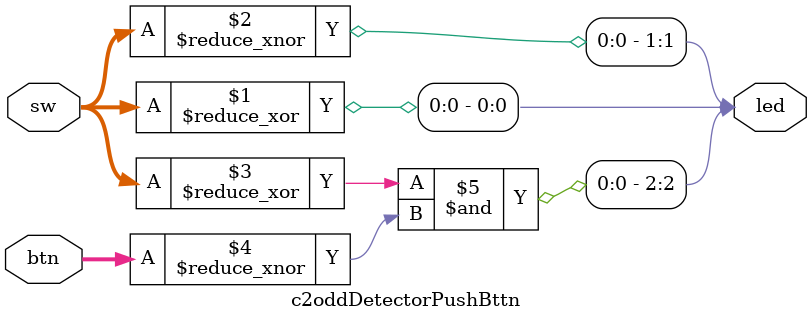
<source format=v>
`timescale 1ns / 1ps


module c2oddDetectorPushBttn(
    input [7:0] sw,
    input [3:0] btn,
    output [2:0] led
);

// odd numbers
assign led[0] = ^sw;
// even numbers
assign led[1] = ~^sw;
// odd number of inputs, and even or none pushbtns pressed 
assign led[2] = ^sw & ~^btn;


endmodule

</source>
